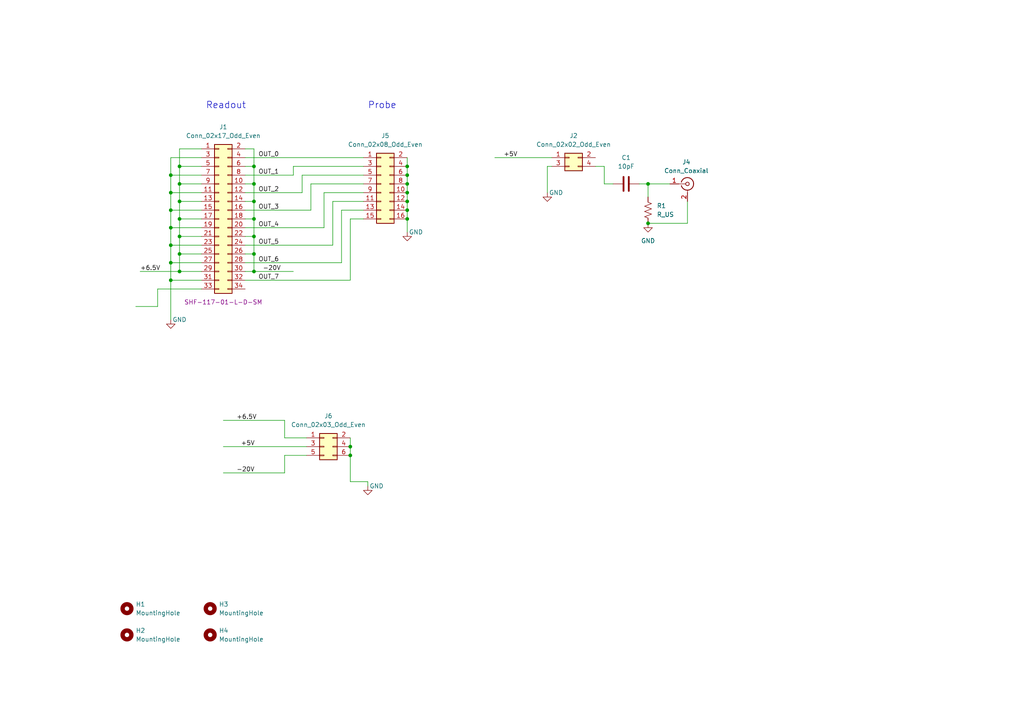
<source format=kicad_sch>
(kicad_sch (version 20230121) (generator eeschema)
  (paper "A4")
  (lib_symbols
    (symbol "Connector:Conn_Coaxial" (pin_names (offset 1.016) hide)
      (property "Reference" "J" (at 0.254 3.048 0))
      (property "Value" "Conn_Coaxial" (at 2.921 0 90))
      (symbol "Conn_Coaxial_0_1"
        (arc (start -1.778 -0.508) (mid 0.2311 -1.8066) (end 1.778 0) (stroke (width 0.254)))
        (polyline (pts (xy -2.54 0) (xy -0.508 0)))
        (polyline (pts (xy 0 -2.54) (xy 0 -1.778)))
        (circle (center 0 0) (radius 0.508) (stroke (width 0.2032)))
        (arc (start 1.778 0) (mid 0.2099 1.8101) (end -1.778 0.508) (stroke (width 0.254)))
      )
      (symbol "Conn_Coaxial_1_1"
        (pin passive line (at -5.08 0 0) (length 2.54) (name "In") (number "1"))
        (pin passive line (at 0 -5.08 90) (length 2.54) (name "Ext") (number "2"))
      )
    )
    (symbol "Connector_Generic:Conn_02x02_Odd_Even" (pin_names (offset 1.016) hide)
      (property "Reference" "J" (at 1.27 2.54 0))
      (property "Value" "Conn_02x02_Odd_Even" (at 1.27 -5.08 0))
      (symbol "Conn_02x02_Odd_Even_1_1"
        (rectangle (start -1.27 -2.413) (end 0 -2.667) (stroke (width 0.1524)))
        (rectangle (start -1.27 0.127) (end 0 -0.127) (stroke (width 0.1524)))
        (rectangle (start -1.27 1.27) (end 3.81 -3.81) (stroke (width 0.254)) (fill (type background)))
        (rectangle (start 3.81 -2.413) (end 2.54 -2.667) (stroke (width 0.1524)))
        (rectangle (start 3.81 0.127) (end 2.54 -0.127) (stroke (width 0.1524)))
        (pin passive line (at -5.08 0 0) (length 3.81) (name "Pin_1") (number "1"))
        (pin passive line (at 7.62 0 180) (length 3.81) (name "Pin_2") (number "2"))
        (pin passive line (at -5.08 -2.54 0) (length 3.81) (name "Pin_3") (number "3"))
        (pin passive line (at 7.62 -2.54 180) (length 3.81) (name "Pin_4") (number "4"))
      )
    )
    (symbol "Connector_Generic:Conn_02x03_Odd_Even" (pin_names (offset 1.016) hide)
      (property "Reference" "J" (at 1.27 5.08 0))
      (property "Value" "Conn_02x03_Odd_Even" (at 1.27 -5.08 0))
      (symbol "Conn_02x03_Odd_Even_1_1"
        (rectangle (start -1.27 -2.413) (end 0 -2.667) (stroke (width 0.1524)))
        (rectangle (start -1.27 0.127) (end 0 -0.127) (stroke (width 0.1524)))
        (rectangle (start -1.27 2.667) (end 0 2.413) (stroke (width 0.1524)))
        (rectangle (start -1.27 3.81) (end 3.81 -3.81) (stroke (width 0.254)) (fill (type background)))
        (rectangle (start 3.81 -2.413) (end 2.54 -2.667) (stroke (width 0.1524)))
        (rectangle (start 3.81 0.127) (end 2.54 -0.127) (stroke (width 0.1524)))
        (rectangle (start 3.81 2.667) (end 2.54 2.413) (stroke (width 0.1524)))
        (pin passive line (at -5.08 2.54 0) (length 3.81) (name "Pin_1") (number "1"))
        (pin passive line (at 7.62 2.54 180) (length 3.81) (name "Pin_2") (number "2"))
        (pin passive line (at -5.08 0 0) (length 3.81) (name "Pin_3") (number "3"))
        (pin passive line (at 7.62 0 180) (length 3.81) (name "Pin_4") (number "4"))
        (pin passive line (at -5.08 -2.54 0) (length 3.81) (name "Pin_5") (number "5"))
        (pin passive line (at 7.62 -2.54 180) (length 3.81) (name "Pin_6") (number "6"))
      )
    )
    (symbol "Connector_Generic:Conn_02x08_Odd_Even" (pin_names (offset 1.016) hide)
      (property "Reference" "J" (at 1.27 10.16 0))
      (property "Value" "Conn_02x08_Odd_Even" (at 1.27 -12.7 0))
      (symbol "Conn_02x08_Odd_Even_1_1"
        (rectangle (start -1.27 -10.033) (end 0 -10.287) (stroke (width 0.1524)))
        (rectangle (start -1.27 -7.493) (end 0 -7.747) (stroke (width 0.1524)))
        (rectangle (start -1.27 -4.953) (end 0 -5.207) (stroke (width 0.1524)))
        (rectangle (start -1.27 -2.413) (end 0 -2.667) (stroke (width 0.1524)))
        (rectangle (start -1.27 0.127) (end 0 -0.127) (stroke (width 0.1524)))
        (rectangle (start -1.27 2.667) (end 0 2.413) (stroke (width 0.1524)))
        (rectangle (start -1.27 5.207) (end 0 4.953) (stroke (width 0.1524)))
        (rectangle (start -1.27 7.747) (end 0 7.493) (stroke (width 0.1524)))
        (rectangle (start -1.27 8.89) (end 3.81 -11.43) (stroke (width 0.254)) (fill (type background)))
        (rectangle (start 3.81 -10.033) (end 2.54 -10.287) (stroke (width 0.1524)))
        (rectangle (start 3.81 -7.493) (end 2.54 -7.747) (stroke (width 0.1524)))
        (rectangle (start 3.81 -4.953) (end 2.54 -5.207) (stroke (width 0.1524)))
        (rectangle (start 3.81 -2.413) (end 2.54 -2.667) (stroke (width 0.1524)))
        (rectangle (start 3.81 0.127) (end 2.54 -0.127) (stroke (width 0.1524)))
        (rectangle (start 3.81 2.667) (end 2.54 2.413) (stroke (width 0.1524)))
        (rectangle (start 3.81 5.207) (end 2.54 4.953) (stroke (width 0.1524)))
        (rectangle (start 3.81 7.747) (end 2.54 7.493) (stroke (width 0.1524)))
        (pin passive line (at -5.08 7.62 0) (length 3.81) (name "Pin_1") (number "1"))
        (pin passive line (at 7.62 -2.54 180) (length 3.81) (name "Pin_10") (number "10"))
        (pin passive line (at -5.08 -5.08 0) (length 3.81) (name "Pin_11") (number "11"))
        (pin passive line (at 7.62 -5.08 180) (length 3.81) (name "Pin_12") (number "12"))
        (pin passive line (at -5.08 -7.62 0) (length 3.81) (name "Pin_13") (number "13"))
        (pin passive line (at 7.62 -7.62 180) (length 3.81) (name "Pin_14") (number "14"))
        (pin passive line (at -5.08 -10.16 0) (length 3.81) (name "Pin_15") (number "15"))
        (pin passive line (at 7.62 -10.16 180) (length 3.81) (name "Pin_16") (number "16"))
        (pin passive line (at 7.62 7.62 180) (length 3.81) (name "Pin_2") (number "2"))
        (pin passive line (at -5.08 5.08 0) (length 3.81) (name "Pin_3") (number "3"))
        (pin passive line (at 7.62 5.08 180) (length 3.81) (name "Pin_4") (number "4"))
        (pin passive line (at -5.08 2.54 0) (length 3.81) (name "Pin_5") (number "5"))
        (pin passive line (at 7.62 2.54 180) (length 3.81) (name "Pin_6") (number "6"))
        (pin passive line (at -5.08 0 0) (length 3.81) (name "Pin_7") (number "7"))
        (pin passive line (at 7.62 0 180) (length 3.81) (name "Pin_8") (number "8"))
        (pin passive line (at -5.08 -2.54 0) (length 3.81) (name "Pin_9") (number "9"))
      )
    )
    (symbol "Connector_Generic:Conn_02x17_Odd_Even" (pin_names (offset 1.016) hide)
      (property "Reference" "J" (at 1.27 22.86 0))
      (property "Value" "Conn_02x17_Odd_Even" (at 1.27 -22.86 0))
      (symbol "Conn_02x17_Odd_Even_1_1"
        (rectangle (start -1.27 -20.193) (end 0 -20.447) (stroke (width 0.1524)))
        (rectangle (start -1.27 -17.653) (end 0 -17.907) (stroke (width 0.1524)))
        (rectangle (start -1.27 -15.113) (end 0 -15.367) (stroke (width 0.1524)))
        (rectangle (start -1.27 -12.573) (end 0 -12.827) (stroke (width 0.1524)))
        (rectangle (start -1.27 -10.033) (end 0 -10.287) (stroke (width 0.1524)))
        (rectangle (start -1.27 -7.493) (end 0 -7.747) (stroke (width 0.1524)))
        (rectangle (start -1.27 -4.953) (end 0 -5.207) (stroke (width 0.1524)))
        (rectangle (start -1.27 -2.413) (end 0 -2.667) (stroke (width 0.1524)))
        (rectangle (start -1.27 0.127) (end 0 -0.127) (stroke (width 0.1524)))
        (rectangle (start -1.27 2.667) (end 0 2.413) (stroke (width 0.1524)))
        (rectangle (start -1.27 5.207) (end 0 4.953) (stroke (width 0.1524)))
        (rectangle (start -1.27 7.747) (end 0 7.493) (stroke (width 0.1524)))
        (rectangle (start -1.27 10.287) (end 0 10.033) (stroke (width 0.1524)))
        (rectangle (start -1.27 12.827) (end 0 12.573) (stroke (width 0.1524)))
        (rectangle (start -1.27 15.367) (end 0 15.113) (stroke (width 0.1524)))
        (rectangle (start -1.27 17.907) (end 0 17.653) (stroke (width 0.1524)))
        (rectangle (start -1.27 20.447) (end 0 20.193) (stroke (width 0.1524)))
        (rectangle (start -1.27 21.59) (end 3.81 -21.59) (stroke (width 0.254)) (fill (type background)))
        (rectangle (start 3.81 -20.193) (end 2.54 -20.447) (stroke (width 0.1524)))
        (rectangle (start 3.81 -17.653) (end 2.54 -17.907) (stroke (width 0.1524)))
        (rectangle (start 3.81 -15.113) (end 2.54 -15.367) (stroke (width 0.1524)))
        (rectangle (start 3.81 -12.573) (end 2.54 -12.827) (stroke (width 0.1524)))
        (rectangle (start 3.81 -10.033) (end 2.54 -10.287) (stroke (width 0.1524)))
        (rectangle (start 3.81 -7.493) (end 2.54 -7.747) (stroke (width 0.1524)))
        (rectangle (start 3.81 -4.953) (end 2.54 -5.207) (stroke (width 0.1524)))
        (rectangle (start 3.81 -2.413) (end 2.54 -2.667) (stroke (width 0.1524)))
        (rectangle (start 3.81 0.127) (end 2.54 -0.127) (stroke (width 0.1524)))
        (rectangle (start 3.81 2.667) (end 2.54 2.413) (stroke (width 0.1524)))
        (rectangle (start 3.81 5.207) (end 2.54 4.953) (stroke (width 0.1524)))
        (rectangle (start 3.81 7.747) (end 2.54 7.493) (stroke (width 0.1524)))
        (rectangle (start 3.81 10.287) (end 2.54 10.033) (stroke (width 0.1524)))
        (rectangle (start 3.81 12.827) (end 2.54 12.573) (stroke (width 0.1524)))
        (rectangle (start 3.81 15.367) (end 2.54 15.113) (stroke (width 0.1524)))
        (rectangle (start 3.81 17.907) (end 2.54 17.653) (stroke (width 0.1524)))
        (rectangle (start 3.81 20.447) (end 2.54 20.193) (stroke (width 0.1524)))
        (pin passive line (at -5.08 20.32 0) (length 3.81) (name "Pin_1") (number "1"))
        (pin passive line (at 7.62 10.16 180) (length 3.81) (name "Pin_10") (number "10"))
        (pin passive line (at -5.08 7.62 0) (length 3.81) (name "Pin_11") (number "11"))
        (pin passive line (at 7.62 7.62 180) (length 3.81) (name "Pin_12") (number "12"))
        (pin passive line (at -5.08 5.08 0) (length 3.81) (name "Pin_13") (number "13"))
        (pin passive line (at 7.62 5.08 180) (length 3.81) (name "Pin_14") (number "14"))
        (pin passive line (at -5.08 2.54 0) (length 3.81) (name "Pin_15") (number "15"))
        (pin passive line (at 7.62 2.54 180) (length 3.81) (name "Pin_16") (number "16"))
        (pin passive line (at -5.08 0 0) (length 3.81) (name "Pin_17") (number "17"))
        (pin passive line (at 7.62 0 180) (length 3.81) (name "Pin_18") (number "18"))
        (pin passive line (at -5.08 -2.54 0) (length 3.81) (name "Pin_19") (number "19"))
        (pin passive line (at 7.62 20.32 180) (length 3.81) (name "Pin_2") (number "2"))
        (pin passive line (at 7.62 -2.54 180) (length 3.81) (name "Pin_20") (number "20"))
        (pin passive line (at -5.08 -5.08 0) (length 3.81) (name "Pin_21") (number "21"))
        (pin passive line (at 7.62 -5.08 180) (length 3.81) (name "Pin_22") (number "22"))
        (pin passive line (at -5.08 -7.62 0) (length 3.81) (name "Pin_23") (number "23"))
        (pin passive line (at 7.62 -7.62 180) (length 3.81) (name "Pin_24") (number "24"))
        (pin passive line (at -5.08 -10.16 0) (length 3.81) (name "Pin_25") (number "25"))
        (pin passive line (at 7.62 -10.16 180) (length 3.81) (name "Pin_26") (number "26"))
        (pin passive line (at -5.08 -12.7 0) (length 3.81) (name "Pin_27") (number "27"))
        (pin passive line (at 7.62 -12.7 180) (length 3.81) (name "Pin_28") (number "28"))
        (pin passive line (at -5.08 -15.24 0) (length 3.81) (name "Pin_29") (number "29"))
        (pin passive line (at -5.08 17.78 0) (length 3.81) (name "Pin_3") (number "3"))
        (pin passive line (at 7.62 -15.24 180) (length 3.81) (name "Pin_30") (number "30"))
        (pin passive line (at -5.08 -17.78 0) (length 3.81) (name "Pin_31") (number "31"))
        (pin passive line (at 7.62 -17.78 180) (length 3.81) (name "Pin_32") (number "32"))
        (pin passive line (at -5.08 -20.32 0) (length 3.81) (name "Pin_33") (number "33"))
        (pin passive line (at 7.62 -20.32 180) (length 3.81) (name "Pin_34") (number "34"))
        (pin passive line (at 7.62 17.78 180) (length 3.81) (name "Pin_4") (number "4"))
        (pin passive line (at -5.08 15.24 0) (length 3.81) (name "Pin_5") (number "5"))
        (pin passive line (at 7.62 15.24 180) (length 3.81) (name "Pin_6") (number "6"))
        (pin passive line (at -5.08 12.7 0) (length 3.81) (name "Pin_7") (number "7"))
        (pin passive line (at 7.62 12.7 180) (length 3.81) (name "Pin_8") (number "8"))
        (pin passive line (at -5.08 10.16 0) (length 3.81) (name "Pin_9") (number "9"))
      )
    )
    (symbol "Device:C" (pin_numbers hide) (pin_names (offset 0.254))
      (property "Reference" "C" (at 0.635 2.54 0))
      (property "Value" "C" (at 0.635 -2.54 0))
      (symbol "C_0_1"
        (polyline (pts (xy -2.032 -0.762) (xy 2.032 -0.762)) (stroke (width 0.508)))
        (polyline (pts (xy -2.032 0.762) (xy 2.032 0.762)) (stroke (width 0.508)))
      )
      (symbol "C_1_1"
        (pin passive line (at 0 3.81 270) (length 2.794) (name "~") (number "1"))
        (pin passive line (at 0 -3.81 90) (length 2.794) (name "~") (number "2"))
      )
    )
    (symbol "Device:R_US" (pin_numbers hide) (pin_names (offset 0))
      (property "Reference" "R" (at 2.54 0 90))
      (property "Value" "R_US" (at -2.54 0 90))
      (symbol "R_US_0_1"
        (polyline (pts (xy 0 -2.286) (xy 0 -2.54)))
        (polyline (pts (xy 0 2.286) (xy 0 2.54)))
        (polyline (pts (xy 0 -0.762) (xy 1.016 -1.143) (xy 0 -1.524) (xy -1.016 -1.905) (xy 0 -2.286)))
        (polyline (pts (xy 0 0.762) (xy 1.016 0.381) (xy 0 0) (xy -1.016 -0.381) (xy 0 -0.762)))
        (polyline (pts (xy 0 2.286) (xy 1.016 1.905) (xy 0 1.524) (xy -1.016 1.143) (xy 0 0.762)))
      )
      (symbol "R_US_1_1"
        (pin passive line (at 0 3.81 270) (length 1.27) (name "~") (number "1"))
        (pin passive line (at 0 -3.81 90) (length 1.27) (name "~") (number "2"))
      )
    )
    (symbol "Mechanical:MountingHole" (pin_names (offset 1.016))
      (property "Reference" "H" (at 0 5.08 0))
      (property "Value" "MountingHole" (at 0 3.175 0))
      (symbol "MountingHole_0_1"
        (circle (center 0 0) (radius 1.27) (stroke (width 1.27)))
      )
    )
    (symbol "power:GND" (power) (pin_names (offset 0))
      (property "Value" "GND" (at 0 -3.81 0))
      (symbol "GND_0_1"
        (polyline (pts (xy 0 0) (xy 0 -1.27) (xy 1.27 -1.27) (xy 0 -2.54) (xy -1.27 -1.27) (xy 0 -1.27)))
      )
      (symbol "GND_1_1"
        (pin power_in line (at 0 0 270) (length 0) hide (name "GND") (number "1"))
      )
    )
  )
  (junction (at 118.11 53.34))
  (junction (at 73.66 73.66))
  (junction (at 49.53 76.2))
  (junction (at 52.07 48.26))
  (junction (at 118.11 55.88))
  (junction (at 49.53 60.96))
  (junction (at 49.53 66.04))
  (junction (at 101.6 132.08))
  (junction (at 73.66 48.26))
  (junction (at 73.66 53.34))
  (junction (at 52.07 78.74))
  (junction (at 73.66 63.5))
  (junction (at 52.07 53.34))
  (junction (at 187.96 64.77))
  (junction (at 118.11 50.8))
  (junction (at 52.07 63.5))
  (junction (at 187.96 53.34))
  (junction (at 52.07 68.58))
  (junction (at 49.53 71.12))
  (junction (at 118.11 63.5))
  (junction (at 73.66 58.42))
  (junction (at 52.07 58.42))
  (junction (at 101.6 129.54))
  (junction (at 118.11 60.96))
  (junction (at 49.53 81.28))
  (junction (at 118.11 58.42))
  (junction (at 49.53 50.8))
  (junction (at 52.07 73.66))
  (junction (at 73.66 78.74))
  (junction (at 73.66 68.58))
  (junction (at 49.53 55.88))
  (junction (at 118.11 48.26))
  (wire (pts (xy 73.66 58.42) (xy 73.66 63.5)))
  (wire (pts (xy 49.53 71.12) (xy 49.53 76.2)))
  (wire (pts (xy 101.6 63.5) (xy 105.41 63.5)))
  (wire (pts (xy 158.75 48.26) (xy 160.02 48.26)))
  (wire (pts (xy 187.96 53.34) (xy 187.96 57.15)))
  (wire (pts (xy 172.72 48.26) (xy 175.26 48.26)))
  (wire (pts (xy 52.07 58.42) (xy 52.07 63.5)))
  (wire (pts (xy 58.42 43.18) (xy 52.07 43.18)))
  (wire (pts (xy 118.11 60.96) (xy 118.11 63.5)))
  (wire (pts (xy 40.64 78.74) (xy 52.07 78.74)))
  (wire (pts (xy 52.07 53.34) (xy 58.42 53.34)))
  (wire (pts (xy 71.12 53.34) (xy 73.66 53.34)))
  (wire (pts (xy 71.12 76.2) (xy 99.06 76.2)))
  (wire (pts (xy 71.12 45.72) (xy 105.41 45.72)))
  (wire (pts (xy 71.12 81.28) (xy 101.6 81.28)))
  (wire (pts (xy 82.55 137.16) (xy 82.55 132.08)))
  (wire (pts (xy 82.55 121.92) (xy 82.55 127)))
  (wire (pts (xy 85.09 50.8) (xy 85.09 48.26)))
  (wire (pts (xy 73.66 78.74) (xy 71.12 78.74)))
  (wire (pts (xy 101.6 127) (xy 101.6 129.54)))
  (wire (pts (xy 58.42 45.72) (xy 49.53 45.72)))
  (wire (pts (xy 71.12 63.5) (xy 73.66 63.5)))
  (wire (pts (xy 49.53 55.88) (xy 49.53 60.96)))
  (wire (pts (xy 99.06 60.96) (xy 105.41 60.96)))
  (wire (pts (xy 52.07 53.34) (xy 52.07 58.42)))
  (wire (pts (xy 49.53 76.2) (xy 58.42 76.2)))
  (wire (pts (xy 71.12 60.96) (xy 90.17 60.96)))
  (wire (pts (xy 71.12 48.26) (xy 73.66 48.26)))
  (wire (pts (xy 71.12 55.88) (xy 87.63 55.88)))
  (wire (pts (xy 58.42 83.82) (xy 45.72 83.82)))
  (wire (pts (xy 52.07 48.26) (xy 52.07 53.34)))
  (wire (pts (xy 73.66 53.34) (xy 73.66 58.42)))
  (wire (pts (xy 39.37 88.9) (xy 45.72 88.9)))
  (wire (pts (xy 71.12 58.42) (xy 73.66 58.42)))
  (wire (pts (xy 71.12 73.66) (xy 73.66 73.66)))
  (wire (pts (xy 106.68 139.7) (xy 106.68 140.97)))
  (wire (pts (xy 71.12 66.04) (xy 93.98 66.04)))
  (wire (pts (xy 118.11 55.88) (xy 118.11 58.42)))
  (wire (pts (xy 49.53 50.8) (xy 58.42 50.8)))
  (wire (pts (xy 73.66 73.66) (xy 73.66 78.74)))
  (wire (pts (xy 64.77 137.16) (xy 82.55 137.16)))
  (wire (pts (xy 118.11 53.34) (xy 118.11 55.88)))
  (wire (pts (xy 87.63 50.8) (xy 105.41 50.8)))
  (wire (pts (xy 199.39 64.77) (xy 199.39 58.42)))
  (wire (pts (xy 52.07 43.18) (xy 52.07 48.26)))
  (wire (pts (xy 158.75 55.88) (xy 158.75 48.26)))
  (wire (pts (xy 143.51 45.72) (xy 160.02 45.72)))
  (wire (pts (xy 49.53 81.28) (xy 49.53 92.71)))
  (wire (pts (xy 90.17 53.34) (xy 105.41 53.34)))
  (wire (pts (xy 87.63 55.88) (xy 87.63 50.8)))
  (wire (pts (xy 64.77 129.54) (xy 88.9 129.54)))
  (wire (pts (xy 85.09 48.26) (xy 105.41 48.26)))
  (wire (pts (xy 118.11 45.72) (xy 118.11 48.26)))
  (wire (pts (xy 101.6 132.08) (xy 101.6 139.7)))
  (wire (pts (xy 49.53 60.96) (xy 58.42 60.96)))
  (wire (pts (xy 73.66 68.58) (xy 73.66 73.66)))
  (wire (pts (xy 71.12 68.58) (xy 73.66 68.58)))
  (wire (pts (xy 101.6 129.54) (xy 101.6 132.08)))
  (wire (pts (xy 49.53 50.8) (xy 49.53 55.88)))
  (wire (pts (xy 71.12 71.12) (xy 96.52 71.12)))
  (wire (pts (xy 118.11 63.5) (xy 118.11 67.31)))
  (wire (pts (xy 93.98 55.88) (xy 105.41 55.88)))
  (wire (pts (xy 49.53 60.96) (xy 49.53 66.04)))
  (wire (pts (xy 73.66 48.26) (xy 73.66 53.34)))
  (wire (pts (xy 73.66 43.18) (xy 73.66 48.26)))
  (wire (pts (xy 96.52 58.42) (xy 105.41 58.42)))
  (wire (pts (xy 49.53 55.88) (xy 58.42 55.88)))
  (wire (pts (xy 52.07 78.74) (xy 58.42 78.74)))
  (wire (pts (xy 49.53 66.04) (xy 49.53 71.12)))
  (wire (pts (xy 90.17 60.96) (xy 90.17 53.34)))
  (wire (pts (xy 52.07 68.58) (xy 52.07 73.66)))
  (wire (pts (xy 118.11 58.42) (xy 118.11 60.96)))
  (wire (pts (xy 52.07 63.5) (xy 58.42 63.5)))
  (wire (pts (xy 73.66 78.74) (xy 85.09 78.74)))
  (wire (pts (xy 45.72 83.82) (xy 45.72 88.9)))
  (wire (pts (xy 71.12 50.8) (xy 85.09 50.8)))
  (wire (pts (xy 101.6 81.28) (xy 101.6 63.5)))
  (wire (pts (xy 101.6 139.7) (xy 106.68 139.7)))
  (wire (pts (xy 52.07 58.42) (xy 58.42 58.42)))
  (wire (pts (xy 99.06 76.2) (xy 99.06 60.96)))
  (wire (pts (xy 64.77 121.92) (xy 82.55 121.92)))
  (wire (pts (xy 93.98 66.04) (xy 93.98 55.88)))
  (wire (pts (xy 52.07 73.66) (xy 58.42 73.66)))
  (wire (pts (xy 175.26 48.26) (xy 175.26 53.34)))
  (wire (pts (xy 52.07 73.66) (xy 52.07 78.74)))
  (wire (pts (xy 52.07 68.58) (xy 58.42 68.58)))
  (wire (pts (xy 52.07 63.5) (xy 52.07 68.58)))
  (wire (pts (xy 187.96 53.34) (xy 194.31 53.34)))
  (wire (pts (xy 185.42 53.34) (xy 187.96 53.34)))
  (wire (pts (xy 96.52 71.12) (xy 96.52 58.42)))
  (wire (pts (xy 82.55 132.08) (xy 88.9 132.08)))
  (wire (pts (xy 118.11 48.26) (xy 118.11 50.8)))
  (wire (pts (xy 118.11 50.8) (xy 118.11 53.34)))
  (wire (pts (xy 73.66 63.5) (xy 73.66 68.58)))
  (wire (pts (xy 49.53 45.72) (xy 49.53 50.8)))
  (wire (pts (xy 175.26 53.34) (xy 177.8 53.34)))
  (wire (pts (xy 82.55 127) (xy 88.9 127)))
  (wire (pts (xy 49.53 71.12) (xy 58.42 71.12)))
  (wire (pts (xy 71.12 43.18) (xy 73.66 43.18)))
  (wire (pts (xy 49.53 76.2) (xy 49.53 81.28)))
  (wire (pts (xy 49.53 81.28) (xy 58.42 81.28)))
  (wire (pts (xy 52.07 48.26) (xy 58.42 48.26)))
  (wire (pts (xy 49.53 66.04) (xy 58.42 66.04)))
  (wire (pts (xy 187.96 64.77) (xy 199.39 64.77)))
  (text "Probe" (at 106.68 31.75 0) (effects (font (size 1.905 1.905)) (justify left bottom)))
  (text "Readout" (at 59.69 31.75 0) (effects (font (size 1.905 1.905)) (justify left bottom)))
  (label "OUT_1" (at 74.93 50.8 0))
  (label "OUT_3" (at 74.93 60.96 0))
  (label "OUT_6" (at 74.93 76.2 0))
  (label "OUT_0" (at 74.93 45.72 0))
  (label "+6.5V" (at 68.58 121.92 0))
  (label "+6.5V" (at 40.64 78.74 0))
  (label "OUT_5" (at 74.93 71.12 0))
  (label "-20V" (at 68.58 137.16 0))
  (label "+5V" (at 69.85 129.54 0))
  (label "OUT_7" (at 74.93 81.28 0))
  (label "+5V" (at 146.05 45.72 0))
  (label "OUT_2" (at 74.93 55.88 0))
  (label "OUT_4" (at 74.93 66.04 0))
  (label "-20V" (at 76.2 78.74 0))
  (symbol (lib_id "power:GND") (at 118.11 67.31 0) (unit 1)
    (property "Reference" "#PWR03" (effects hide))
    (property "Value" "GND" (at 120.65 67.31 0))
  )
  (symbol (lib_id "Connector_Generic:Conn_02x03_Odd_Even") (at 93.98 129.54 0) (unit 1)
    (property "Reference" "J6" (at 95.25 120.65 0))
    (property "Value" "Conn_02x03_Odd_Even" (at 95.25 123.19 0))
    (property "Footprint" "Connector_PinHeader_2.54mm:PinHeader_2x03_P2.54mm_Vertical" (effects hide))
  )
  (symbol (lib_id "Connector_Generic:Conn_02x08_Odd_Even") (at 110.49 53.34 0) (unit 1)
    (property "Reference" "J5" (at 111.76 39.37 0))
    (property "Value" "Conn_02x08_Odd_Even" (at 111.76 41.91 0))
    (property "Footprint" "Connector_PinHeader_2.54mm:PinHeader_2x08_P2.54mm_Vertical" (effects hide))
  )
  (symbol (lib_id "Device:R_US") (at 187.96 60.96 0) (unit 1)
    (property "Reference" "R1" (at 190.5 59.69 0) (effects (justify left)))
    (property "Value" "R_US" (at 190.5 62.23 0) (effects (justify left)))
    (property "Footprint" "Resistor_SMD:R_0603_1608Metric_Pad0.98x0.95mm_HandSolder" (effects hide))
  )
  (symbol (lib_id "Mechanical:MountingHole") (at 60.96 176.53 0) (unit 1)
    (property "Reference" "H3" (at 63.5 175.26 0) (effects (justify left)))
    (property "Value" "MountingHole" (at 63.5 177.8 0) (effects (justify left)))
    (property "Footprint" "MountingHole:MountingHole_2.7mm_M2.5_DIN965_Pad" (effects hide))
  )
  (symbol (lib_id "power:GND") (at 106.68 140.97 0) (unit 1)
    (property "Reference" "#PWR02" (effects hide))
    (property "Value" "GND" (at 109.22 140.97 0))
  )
  (symbol (lib_id "power:GND") (at 187.96 64.77 0) (unit 1)
    (property "Reference" "#PWR04" (effects hide))
    (property "Value" "GND" (at 187.96 69.85 0))
  )
  (symbol (lib_id "Mechanical:MountingHole") (at 60.96 184.15 0) (unit 1)
    (property "Reference" "H4" (at 63.5 182.88 0) (effects (justify left)))
    (property "Value" "MountingHole" (at 63.5 185.42 0) (effects (justify left)))
    (property "Footprint" "MountingHole:MountingHole_2.7mm_M2.5_DIN965_Pad" (effects hide))
  )
  (symbol (lib_id "Connector:Conn_Coaxial") (at 199.39 53.34 0) (unit 1)
    (property "Reference" "J4" (at 199.0726 46.99 0))
    (property "Value" "Conn_Coaxial" (at 199.0726 49.53 0))
    (property "Footprint" "BNC:BNC_Amphenol_B6252HB-NPP3G-50_Horizontal" (effects hide))
    (property "Datasheet" " ~" (effects hide))
    (property "CatNo" "2057-RF1-01K-D-00-50-BK-HDW-ND" (effects hide))
    (property "Manufacturers P/N" "RF1-01K-D-00-50-BK-HDW" (effects hide))
  )
  (symbol (lib_id "Connector_Generic:Conn_02x17_Odd_Even") (at 63.5 63.5 0) (unit 1)
    (property "Reference" "J1" (at 64.77 36.83 0))
    (property "Value" "Conn_02x17_Odd_Even" (at 64.77 39.37 0))
    (property "Footprint" "samtec:SHF-117-01-X-D-SM" (effects hide))
    (property "MfgNo" "SHF-117-01-L-D-SM" (at 64.77 87.63 0))
    (property "CatNo" "SAM9921-ND" (effects hide))
  )
  (symbol (lib_id "Mechanical:MountingHole") (at 36.83 184.15 0) (unit 1)
    (property "Reference" "H2" (at 39.37 182.88 0) (effects (justify left)))
    (property "Value" "MountingHole" (at 39.37 185.42 0) (effects (justify left)))
    (property "Footprint" "MountingHole:MountingHole_2.7mm_M2.5_DIN965_Pad" (effects hide))
  )
  (symbol (lib_id "Mechanical:MountingHole") (at 36.83 176.53 0) (unit 1)
    (property "Reference" "H1" (at 39.37 175.26 0) (effects (justify left)))
    (property "Value" "MountingHole" (at 39.37 177.8 0) (effects (justify left)))
    (property "Footprint" "MountingHole:MountingHole_2.7mm_M2.5_DIN965_Pad" (effects hide))
  )
  (symbol (lib_id "power:GND") (at 49.53 92.71 0) (unit 1)
    (property "Reference" "#PWR01" (effects hide))
    (property "Value" "GND" (at 52.07 92.71 0))
  )
  (symbol (lib_id "power:GND") (at 158.75 55.88 0) (unit 1)
    (property "Reference" "#PWR05" (effects hide))
    (property "Value" "GND" (at 161.29 55.88 0))
  )
  (symbol (lib_id "Device:C") (at 181.61 53.34 90) (unit 1)
    (property "Reference" "C1" (at 181.61 45.72 90))
    (property "Value" "10pF" (at 181.61 48.26 90))
    (property "Footprint" "Capacitor_SMD:C_0603_1608Metric_Pad1.08x0.95mm_HandSolder" (effects hide))
  )
  (symbol (lib_id "Connector_Generic:Conn_02x02_Odd_Even") (at 165.1 45.72 0) (unit 1)
    (property "Reference" "J2" (at 166.37 39.37 0))
    (property "Value" "Conn_02x02_Odd_Even" (at 166.37 41.91 0))
    (property "Footprint" "Connector_PinHeader_1.27mm:PinHeader_2x02_P1.27mm_Vertical_SMD" (effects hide))
  )
)
</source>
